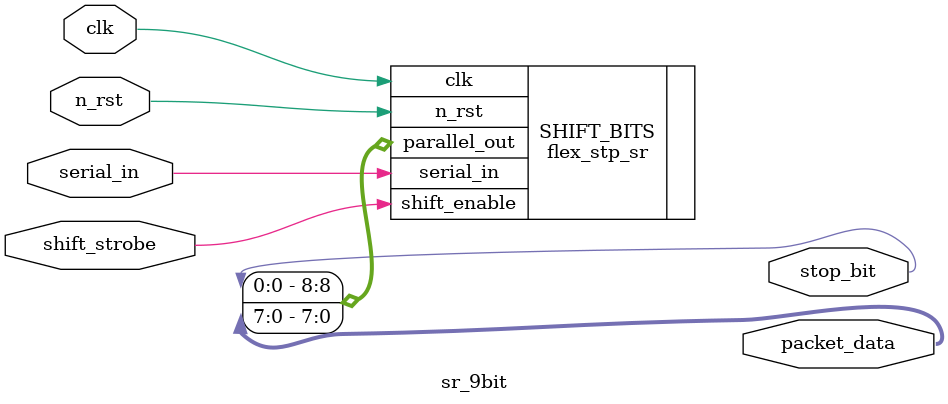
<source format=sv>

module sr_9bit
(
	input wire clk,
	input wire n_rst,
	input wire shift_strobe,
	input wire serial_in,
	output reg [7:0] packet_data,
	output reg stop_bit
);

	flex_stp_sr #(
			.NUM_BITS(9),
			.SHIFT_MSB(0)
	)
	SHIFT_BITS
	(
		.clk(clk),
		.n_rst(n_rst),
		.shift_enable(shift_strobe),
		.serial_in(serial_in),
		.parallel_out({stop_bit, packet_data})
	);

endmodule

</source>
